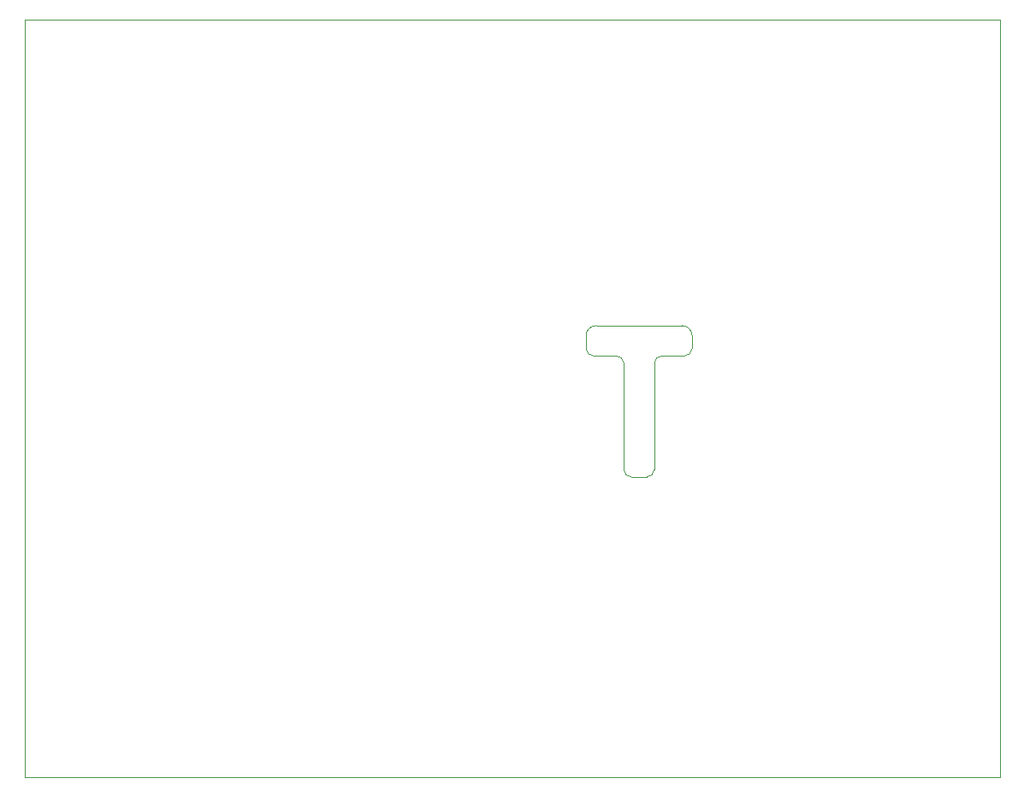
<source format=gm1>
G04 #@! TF.GenerationSoftware,KiCad,Pcbnew,(5.1.5-0-10_14)*
G04 #@! TF.CreationDate,2020-11-16T15:22:10+01:00*
G04 #@! TF.ProjectId,AC_board,41435f62-6f61-4726-942e-6b696361645f,v01*
G04 #@! TF.SameCoordinates,Original*
G04 #@! TF.FileFunction,Profile,NP*
%FSLAX46Y46*%
G04 Gerber Fmt 4.6, Leading zero omitted, Abs format (unit mm)*
G04 Created by KiCad (PCBNEW (5.1.5-0-10_14)) date 2020-11-16 15:22:10*
%MOMM*%
%LPD*%
G04 APERTURE LIST*
%ADD10C,0.050000*%
G04 APERTURE END LIST*
D10*
X124560000Y-82570000D02*
X124560000Y-81320000D01*
X135060000Y-81320000D02*
X135060000Y-82570000D01*
X129060000Y-95320000D02*
X130560000Y-95320000D01*
X130560000Y-95320000D02*
G75*
G03X131310000Y-94570000I0J750000D01*
G01*
X129060000Y-95320000D02*
G75*
G02X128310000Y-94570000I0J750000D01*
G01*
X131310000Y-84070000D02*
X131310000Y-94570000D01*
X131310000Y-84070000D02*
G75*
G02X132060000Y-83320000I750000J0D01*
G01*
X134310000Y-83320000D02*
X132060000Y-83320000D01*
X134310000Y-83320000D02*
G75*
G03X135060000Y-82570000I0J750000D01*
G01*
X135060000Y-81320000D02*
G75*
G03X134060000Y-80320000I-1000000J0D01*
G01*
X125560000Y-80320000D02*
X134060000Y-80320000D01*
X125560000Y-80320000D02*
G75*
G03X124560000Y-81320000I0J-1000000D01*
G01*
X124560000Y-82570000D02*
G75*
G03X125310000Y-83320000I750000J0D01*
G01*
X127560000Y-83320000D02*
X125310000Y-83320000D01*
X127560000Y-83320000D02*
G75*
G02X128310000Y-84070000I0J-750000D01*
G01*
X128310000Y-84070000D02*
X128310000Y-94570000D01*
X165500000Y-125000000D02*
X69000000Y-125000000D01*
X165500000Y-50000000D02*
X165500000Y-125000000D01*
X69000000Y-50000000D02*
X165500000Y-50000000D01*
X69000000Y-125000000D02*
X69000000Y-50000000D01*
M02*

</source>
